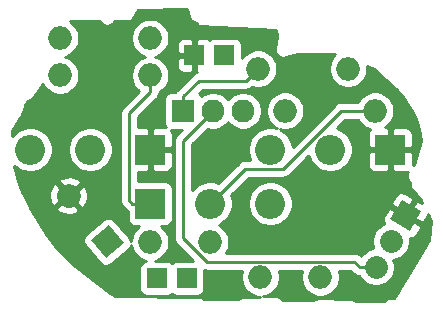
<source format=gbr>
G04 #@! TF.GenerationSoftware,KiCad,Pcbnew,(5.1.5-0-10_14)*
G04 #@! TF.CreationDate,2020-11-19T19:32:45+01:00*
G04 #@! TF.ProjectId,fuzzy-christmas-2020,66757a7a-792d-4636-9872-6973746d6173,rev?*
G04 #@! TF.SameCoordinates,Original*
G04 #@! TF.FileFunction,Copper,L2,Bot*
G04 #@! TF.FilePolarity,Positive*
%FSLAX46Y46*%
G04 Gerber Fmt 4.6, Leading zero omitted, Abs format (unit mm)*
G04 Created by KiCad (PCBNEW (5.1.5-0-10_14)) date 2020-11-19 19:32:45*
%MOMM*%
%LPD*%
G04 APERTURE LIST*
%ADD10O,2.000000X2.000000*%
%ADD11C,0.100000*%
%ADD12C,2.000000*%
%ADD13O,2.540000X2.540000*%
%ADD14R,2.540000X2.540000*%
%ADD15C,1.930400*%
%ADD16R,1.930400X1.930400*%
%ADD17O,1.930400X1.930400*%
%ADD18R,1.700000X1.700000*%
%ADD19C,0.250000*%
%ADD20C,0.254000*%
G04 APERTURE END LIST*
D10*
X209550000Y-67373500D03*
X217170000Y-67373500D03*
G04 #@! TA.AperFunction,ComponentPad*
D11*
G36*
X214941013Y-81571010D02*
G01*
X213408924Y-82856585D01*
X212123349Y-81324496D01*
X213655438Y-80038921D01*
X214941013Y-81571010D01*
G37*
G04 #@! TD.AperFunction*
D12*
X210266819Y-77556247D02*
X210266819Y-77556247D01*
D13*
X207010000Y-73660000D03*
X212090000Y-73660000D03*
D14*
X217170000Y-73660000D03*
X217170000Y-78232000D03*
D13*
X222250000Y-78232000D03*
X227330000Y-78232000D03*
X227330000Y-73660000D03*
X232410000Y-73660000D03*
D14*
X237490000Y-73660000D03*
D10*
X222250000Y-81470500D03*
X217170000Y-81470500D03*
G04 #@! TA.AperFunction,ComponentPad*
D11*
G36*
X238470212Y-77888807D02*
G01*
X240141988Y-78854007D01*
X239176788Y-80525783D01*
X237505012Y-79560583D01*
X238470212Y-77888807D01*
G37*
G04 #@! TD.AperFunction*
D15*
X237553500Y-81407000D02*
X237553500Y-81407000D01*
X236283500Y-83606705D02*
X236283500Y-83606705D01*
D16*
X219964000Y-70358000D03*
D17*
X222504000Y-70358000D03*
X225044000Y-70358000D03*
D10*
X209550000Y-64198500D03*
X217170000Y-64198500D03*
X236220000Y-70358000D03*
X228600000Y-70358000D03*
X233934000Y-66802000D03*
X226314000Y-66802000D03*
D18*
X223456500Y-65659000D03*
X220281500Y-84543900D03*
X217741500Y-84543900D03*
X220916500Y-65659000D03*
D10*
X231584500Y-84455000D03*
X226504500Y-84455000D03*
D19*
X233351398Y-70358000D02*
X234805787Y-70358000D01*
X228454397Y-75255001D02*
X233351398Y-70358000D01*
X234805787Y-70358000D02*
X236220000Y-70358000D01*
X225226999Y-75255001D02*
X228454397Y-75255001D01*
X222250000Y-78232000D02*
X225226999Y-75255001D01*
X215374999Y-77956999D02*
X215650000Y-78232000D01*
X215650000Y-78232000D02*
X217170000Y-78232000D01*
X217170000Y-68787713D02*
X215374999Y-70582714D01*
X215374999Y-70582714D02*
X215374999Y-77956999D01*
X217170000Y-67373500D02*
X217170000Y-68787713D01*
X222504000Y-70358000D02*
X219964000Y-72898000D01*
X234441796Y-83129999D02*
X234918502Y-83606705D01*
X221948497Y-83129999D02*
X234441796Y-83129999D01*
X234918502Y-83606705D02*
X236283500Y-83606705D01*
X219964000Y-81145502D02*
X221948497Y-83129999D01*
X219964000Y-72898000D02*
X219964000Y-81145502D01*
X221304801Y-67801999D02*
X225314001Y-67801999D01*
X225314001Y-67801999D02*
X226314000Y-66802000D01*
X219964000Y-69142800D02*
X221304801Y-67801999D01*
X219964000Y-70358000D02*
X219964000Y-69142800D01*
D20*
G36*
X220454191Y-62354914D02*
G01*
X220454755Y-62360195D01*
X220473275Y-62419492D01*
X220481336Y-62446771D01*
X220483326Y-62451675D01*
X220494981Y-62488992D01*
X220508636Y-62514041D01*
X220519362Y-62540472D01*
X220540851Y-62573139D01*
X220559564Y-62607467D01*
X220577838Y-62629366D01*
X220593518Y-62653201D01*
X220620971Y-62681052D01*
X220646017Y-62711065D01*
X220668209Y-62728975D01*
X220688241Y-62749297D01*
X220720602Y-62771258D01*
X220751021Y-62795807D01*
X220776287Y-62809046D01*
X220799893Y-62825066D01*
X220835911Y-62840290D01*
X220870539Y-62858435D01*
X220897897Y-62866489D01*
X220924179Y-62877598D01*
X220962478Y-62885502D01*
X220999979Y-62896543D01*
X221028390Y-62899106D01*
X221056328Y-62904872D01*
X221066522Y-62904945D01*
X221186939Y-63117991D01*
X221201254Y-63138360D01*
X221219269Y-63155544D01*
X221240290Y-63168884D01*
X221263509Y-63177867D01*
X221291572Y-63182362D01*
X227855756Y-63489100D01*
X227876965Y-64070068D01*
X227741038Y-65077622D01*
X227732069Y-65122381D01*
X227731990Y-65178037D01*
X227729992Y-65233636D01*
X227731895Y-65245395D01*
X227731878Y-65257313D01*
X227742659Y-65311913D01*
X227751546Y-65366837D01*
X227755707Y-65378001D01*
X227758015Y-65389690D01*
X227779237Y-65441129D01*
X227798672Y-65493273D01*
X227804932Y-65503411D01*
X227809475Y-65514424D01*
X227840332Y-65560747D01*
X227869560Y-65608085D01*
X227877673Y-65616803D01*
X227884281Y-65626723D01*
X227923585Y-65666138D01*
X227961483Y-65706863D01*
X227971143Y-65713832D01*
X227979558Y-65722271D01*
X228025787Y-65753254D01*
X228070911Y-65785809D01*
X228081749Y-65790762D01*
X228091645Y-65797394D01*
X228143016Y-65818758D01*
X228193638Y-65841890D01*
X228205235Y-65844633D01*
X228216233Y-65849207D01*
X228270787Y-65860139D01*
X228324947Y-65872950D01*
X228336854Y-65873378D01*
X228348537Y-65875719D01*
X228404189Y-65875798D01*
X228459792Y-65877796D01*
X228471551Y-65875893D01*
X228483469Y-65875910D01*
X228538066Y-65865130D01*
X228592993Y-65856242D01*
X228635766Y-65840299D01*
X229657299Y-65532000D01*
X232640564Y-65532000D01*
X232858929Y-65564832D01*
X232664013Y-65759748D01*
X232485082Y-66027537D01*
X232361832Y-66325088D01*
X232299000Y-66640967D01*
X232299000Y-66963033D01*
X232361832Y-67278912D01*
X232485082Y-67576463D01*
X232664013Y-67844252D01*
X232891748Y-68071987D01*
X233159537Y-68250918D01*
X233457088Y-68374168D01*
X233772967Y-68437000D01*
X234095033Y-68437000D01*
X234410912Y-68374168D01*
X234708463Y-68250918D01*
X234976252Y-68071987D01*
X235203987Y-67844252D01*
X235382918Y-67576463D01*
X235506168Y-67278912D01*
X235569000Y-66963033D01*
X235569000Y-66640967D01*
X235551764Y-66554313D01*
X236159914Y-66864387D01*
X236362517Y-67037573D01*
X238060649Y-68596513D01*
X238593142Y-69213752D01*
X239381031Y-70408612D01*
X239673982Y-71090146D01*
X239965373Y-71930037D01*
X240122849Y-72960661D01*
X239629237Y-74653044D01*
X239563624Y-74776046D01*
X239392388Y-74987710D01*
X239398072Y-74930000D01*
X239395000Y-73945750D01*
X239236250Y-73787000D01*
X237617000Y-73787000D01*
X237617000Y-75406250D01*
X237775750Y-75565000D01*
X238760000Y-75568072D01*
X238884482Y-75555812D01*
X238964544Y-75531525D01*
X238961727Y-75535806D01*
X238953210Y-75556783D01*
X238942032Y-75576471D01*
X238927884Y-75619160D01*
X238910967Y-75660827D01*
X238906705Y-75683065D01*
X238899584Y-75704553D01*
X238894037Y-75749175D01*
X238885571Y-75793350D01*
X238885730Y-75815989D01*
X238882937Y-75838455D01*
X238886203Y-75883315D01*
X238886519Y-75928278D01*
X238891091Y-75950449D01*
X238892735Y-75973032D01*
X238904687Y-76016382D01*
X238913770Y-76060430D01*
X238922582Y-76081289D01*
X238928599Y-76103112D01*
X238948780Y-76143301D01*
X238966281Y-76184727D01*
X238997888Y-76231320D01*
X239175471Y-76512350D01*
X239143175Y-76684595D01*
X239141008Y-76709397D01*
X239143720Y-76734145D01*
X239151209Y-76757889D01*
X239168320Y-76786695D01*
X240072713Y-77932259D01*
X240218387Y-78162793D01*
X239871067Y-77964356D01*
X239654210Y-78022463D01*
X238996985Y-79160810D01*
X240135332Y-79818035D01*
X240352189Y-79759928D01*
X240694574Y-79173043D01*
X240716197Y-79125320D01*
X240961481Y-79720752D01*
X240741923Y-81301575D01*
X240159398Y-82310538D01*
X238206890Y-85532176D01*
X238201908Y-85541204D01*
X237901575Y-86141869D01*
X237791719Y-86199005D01*
X237675496Y-86185241D01*
X237636800Y-86177416D01*
X237575018Y-86177220D01*
X237513198Y-86176002D01*
X237507573Y-86177006D01*
X237501868Y-86176988D01*
X237441220Y-86188851D01*
X237380365Y-86199714D01*
X237375051Y-86201793D01*
X237369445Y-86202890D01*
X237312257Y-86226366D01*
X237254709Y-86248885D01*
X237249900Y-86251963D01*
X237244619Y-86254131D01*
X237193098Y-86288320D01*
X237141062Y-86321626D01*
X237136950Y-86325579D01*
X237132188Y-86328739D01*
X237088303Y-86372346D01*
X237043789Y-86415139D01*
X237021220Y-86447517D01*
X236997608Y-86476102D01*
X234517146Y-86442763D01*
X234489154Y-86419444D01*
X234442024Y-86378911D01*
X234437290Y-86376239D01*
X234433124Y-86372768D01*
X234378638Y-86343128D01*
X234324521Y-86312578D01*
X234319360Y-86310881D01*
X234314594Y-86308289D01*
X234255367Y-86289847D01*
X234196336Y-86270443D01*
X234190941Y-86269786D01*
X234185762Y-86268173D01*
X234124057Y-86261637D01*
X234062392Y-86254125D01*
X234023298Y-86257067D01*
X231431916Y-86238038D01*
X231392433Y-86234534D01*
X231331132Y-86241169D01*
X231269752Y-86246760D01*
X231264125Y-86248422D01*
X231258284Y-86249054D01*
X231199435Y-86267527D01*
X231140345Y-86284979D01*
X231135149Y-86287708D01*
X231129544Y-86289467D01*
X231075446Y-86319058D01*
X231020880Y-86347711D01*
X231016314Y-86351402D01*
X231011163Y-86354220D01*
X230963829Y-86393835D01*
X230962408Y-86394984D01*
X228360722Y-86360015D01*
X228350703Y-86342404D01*
X228321806Y-86309026D01*
X228295252Y-86273767D01*
X228277747Y-86258134D01*
X228262386Y-86240391D01*
X228227539Y-86213296D01*
X228194610Y-86183889D01*
X228174391Y-86171972D01*
X228155864Y-86157566D01*
X228116395Y-86137788D01*
X228078367Y-86115373D01*
X228056213Y-86107630D01*
X228035229Y-86097114D01*
X227992661Y-86085416D01*
X227950991Y-86070851D01*
X227927750Y-86067578D01*
X227905120Y-86061359D01*
X227861089Y-86058190D01*
X227817376Y-86052034D01*
X227760351Y-86055257D01*
X226699754Y-86083193D01*
X226981412Y-86027168D01*
X227278963Y-85903918D01*
X227546752Y-85724987D01*
X227774487Y-85497252D01*
X227953418Y-85229463D01*
X228076668Y-84931912D01*
X228139500Y-84616033D01*
X228139500Y-84293967D01*
X228076668Y-83978088D01*
X228040180Y-83889999D01*
X230048820Y-83889999D01*
X230012332Y-83978088D01*
X229949500Y-84293967D01*
X229949500Y-84616033D01*
X230012332Y-84931912D01*
X230135582Y-85229463D01*
X230314513Y-85497252D01*
X230542248Y-85724987D01*
X230810037Y-85903918D01*
X231107588Y-86027168D01*
X231423467Y-86090000D01*
X231745533Y-86090000D01*
X232061412Y-86027168D01*
X232358963Y-85903918D01*
X232626752Y-85724987D01*
X232854487Y-85497252D01*
X233033418Y-85229463D01*
X233156668Y-84931912D01*
X233219500Y-84616033D01*
X233219500Y-84293967D01*
X233156668Y-83978088D01*
X233120180Y-83889999D01*
X234126995Y-83889999D01*
X234354698Y-84117702D01*
X234378501Y-84146706D01*
X234451648Y-84206736D01*
X234494225Y-84241679D01*
X234626255Y-84312251D01*
X234769516Y-84355708D01*
X234865757Y-84365187D01*
X235040543Y-84626773D01*
X235263432Y-84849662D01*
X235525521Y-85024784D01*
X235816739Y-85145411D01*
X236125894Y-85206905D01*
X236441106Y-85206905D01*
X236750261Y-85145411D01*
X237041479Y-85024784D01*
X237303568Y-84849662D01*
X237526457Y-84626773D01*
X237701579Y-84364684D01*
X237822206Y-84073466D01*
X237883700Y-83764311D01*
X237883700Y-83449099D01*
X237822206Y-83139944D01*
X237762950Y-82996888D01*
X238020261Y-82945706D01*
X238311479Y-82825079D01*
X238573568Y-82649957D01*
X238796457Y-82427068D01*
X238971579Y-82164979D01*
X239092206Y-81873761D01*
X239153700Y-81564606D01*
X239153700Y-81249394D01*
X239135875Y-81159783D01*
X239218520Y-81162488D01*
X239341933Y-81142113D01*
X239458999Y-81098052D01*
X239565221Y-81032000D01*
X239656516Y-80946493D01*
X239729374Y-80844819D01*
X240066439Y-80254862D01*
X240008332Y-80038005D01*
X238869985Y-79380780D01*
X238859985Y-79398101D01*
X238640015Y-79271101D01*
X238650015Y-79253780D01*
X237511668Y-78596555D01*
X237294811Y-78654662D01*
X236952426Y-79241547D01*
X236900802Y-79355481D01*
X236872399Y-79477298D01*
X236868307Y-79602315D01*
X236888682Y-79725728D01*
X236932743Y-79842794D01*
X236976893Y-79913794D01*
X236795521Y-79988921D01*
X236533432Y-80164043D01*
X236310543Y-80386932D01*
X236135421Y-80649021D01*
X236014794Y-80940239D01*
X235953300Y-81249394D01*
X235953300Y-81564606D01*
X236014794Y-81873761D01*
X236074050Y-82016817D01*
X235816739Y-82067999D01*
X235525521Y-82188626D01*
X235263432Y-82363748D01*
X235040543Y-82586637D01*
X235013583Y-82626985D01*
X235005600Y-82619002D01*
X234981797Y-82589998D01*
X234866072Y-82495025D01*
X234734043Y-82424453D01*
X234590782Y-82380996D01*
X234479129Y-82369999D01*
X234479118Y-82369999D01*
X234441796Y-82366323D01*
X234404474Y-82369999D01*
X223615372Y-82369999D01*
X223698918Y-82244963D01*
X223822168Y-81947412D01*
X223885000Y-81631533D01*
X223885000Y-81309467D01*
X223822168Y-80993588D01*
X223698918Y-80696037D01*
X223519987Y-80428248D01*
X223292252Y-80200513D01*
X223024463Y-80021582D01*
X222966017Y-79997373D01*
X223152356Y-79920189D01*
X223464366Y-79711710D01*
X223729710Y-79446366D01*
X223938189Y-79134356D01*
X224081791Y-78787668D01*
X224155000Y-78419626D01*
X224155000Y-78044374D01*
X225425000Y-78044374D01*
X225425000Y-78419626D01*
X225498209Y-78787668D01*
X225641811Y-79134356D01*
X225850290Y-79446366D01*
X226115634Y-79711710D01*
X226427644Y-79920189D01*
X226774332Y-80063791D01*
X227142374Y-80137000D01*
X227517626Y-80137000D01*
X227885668Y-80063791D01*
X228232356Y-79920189D01*
X228544366Y-79711710D01*
X228809710Y-79446366D01*
X229018189Y-79134356D01*
X229161791Y-78787668D01*
X229235000Y-78419626D01*
X229235000Y-78159728D01*
X237580561Y-78159728D01*
X237638668Y-78376585D01*
X238777015Y-79033810D01*
X239434240Y-77895463D01*
X239376133Y-77678606D01*
X238789248Y-77336221D01*
X238675314Y-77284597D01*
X238553497Y-77256194D01*
X238428480Y-77252102D01*
X238305067Y-77272477D01*
X238188001Y-77316538D01*
X238081779Y-77382590D01*
X237990484Y-77468097D01*
X237917626Y-77569771D01*
X237580561Y-78159728D01*
X229235000Y-78159728D01*
X229235000Y-78044374D01*
X229161791Y-77676332D01*
X229018189Y-77329644D01*
X228809710Y-77017634D01*
X228544366Y-76752290D01*
X228232356Y-76543811D01*
X227885668Y-76400209D01*
X227517626Y-76327000D01*
X227142374Y-76327000D01*
X226774332Y-76400209D01*
X226427644Y-76543811D01*
X226115634Y-76752290D01*
X225850290Y-77017634D01*
X225641811Y-77329644D01*
X225498209Y-77676332D01*
X225425000Y-78044374D01*
X224155000Y-78044374D01*
X224081791Y-77676332D01*
X224022826Y-77533976D01*
X225541801Y-76015001D01*
X228417075Y-76015001D01*
X228454397Y-76018677D01*
X228491719Y-76015001D01*
X228491730Y-76015001D01*
X228603383Y-76004004D01*
X228746644Y-75960547D01*
X228878673Y-75889975D01*
X228994398Y-75795002D01*
X229018201Y-75765998D01*
X230576603Y-74207596D01*
X230578209Y-74215668D01*
X230721811Y-74562356D01*
X230930290Y-74874366D01*
X231195634Y-75139710D01*
X231507644Y-75348189D01*
X231854332Y-75491791D01*
X232222374Y-75565000D01*
X232597626Y-75565000D01*
X232965668Y-75491791D01*
X233312356Y-75348189D01*
X233624366Y-75139710D01*
X233834076Y-74930000D01*
X235581928Y-74930000D01*
X235594188Y-75054482D01*
X235630498Y-75174180D01*
X235689463Y-75284494D01*
X235768815Y-75381185D01*
X235865506Y-75460537D01*
X235975820Y-75519502D01*
X236095518Y-75555812D01*
X236220000Y-75568072D01*
X237204250Y-75565000D01*
X237363000Y-75406250D01*
X237363000Y-73787000D01*
X235743750Y-73787000D01*
X235585000Y-73945750D01*
X235581928Y-74930000D01*
X233834076Y-74930000D01*
X233889710Y-74874366D01*
X234098189Y-74562356D01*
X234241791Y-74215668D01*
X234315000Y-73847626D01*
X234315000Y-73472374D01*
X234241791Y-73104332D01*
X234098189Y-72757644D01*
X233889710Y-72445634D01*
X233624366Y-72180290D01*
X233312356Y-71971811D01*
X232965668Y-71828209D01*
X232957596Y-71826603D01*
X233666200Y-71118000D01*
X234765091Y-71118000D01*
X234771082Y-71132463D01*
X234950013Y-71400252D01*
X235177748Y-71627987D01*
X235445537Y-71806918D01*
X235743088Y-71930168D01*
X235772277Y-71935974D01*
X235768815Y-71938815D01*
X235689463Y-72035506D01*
X235630498Y-72145820D01*
X235594188Y-72265518D01*
X235581928Y-72390000D01*
X235585000Y-73374250D01*
X235743750Y-73533000D01*
X237363000Y-73533000D01*
X237363000Y-71913750D01*
X237617000Y-71913750D01*
X237617000Y-73533000D01*
X239236250Y-73533000D01*
X239395000Y-73374250D01*
X239398072Y-72390000D01*
X239385812Y-72265518D01*
X239349502Y-72145820D01*
X239290537Y-72035506D01*
X239211185Y-71938815D01*
X239114494Y-71859463D01*
X239004180Y-71800498D01*
X238884482Y-71764188D01*
X238760000Y-71751928D01*
X237775750Y-71755000D01*
X237617000Y-71913750D01*
X237363000Y-71913750D01*
X237204250Y-71755000D01*
X237072778Y-71754590D01*
X237262252Y-71627987D01*
X237489987Y-71400252D01*
X237668918Y-71132463D01*
X237792168Y-70834912D01*
X237855000Y-70519033D01*
X237855000Y-70196967D01*
X237792168Y-69881088D01*
X237668918Y-69583537D01*
X237489987Y-69315748D01*
X237262252Y-69088013D01*
X236994463Y-68909082D01*
X236696912Y-68785832D01*
X236381033Y-68723000D01*
X236058967Y-68723000D01*
X235743088Y-68785832D01*
X235445537Y-68909082D01*
X235177748Y-69088013D01*
X234950013Y-69315748D01*
X234771082Y-69583537D01*
X234765091Y-69598000D01*
X233388720Y-69598000D01*
X233351397Y-69594324D01*
X233314074Y-69598000D01*
X233314065Y-69598000D01*
X233202412Y-69608997D01*
X233059151Y-69652454D01*
X232927122Y-69723026D01*
X232811397Y-69817999D01*
X232787599Y-69846997D01*
X229222925Y-73411671D01*
X229161791Y-73104332D01*
X229018189Y-72757644D01*
X228809710Y-72445634D01*
X228544366Y-72180290D01*
X228232356Y-71971811D01*
X228139888Y-71933510D01*
X228438967Y-71993000D01*
X228761033Y-71993000D01*
X229076912Y-71930168D01*
X229374463Y-71806918D01*
X229642252Y-71627987D01*
X229869987Y-71400252D01*
X230048918Y-71132463D01*
X230172168Y-70834912D01*
X230235000Y-70519033D01*
X230235000Y-70196967D01*
X230172168Y-69881088D01*
X230048918Y-69583537D01*
X229869987Y-69315748D01*
X229642252Y-69088013D01*
X229374463Y-68909082D01*
X229076912Y-68785832D01*
X228761033Y-68723000D01*
X228438967Y-68723000D01*
X228123088Y-68785832D01*
X227825537Y-68909082D01*
X227557748Y-69088013D01*
X227330013Y-69315748D01*
X227151082Y-69583537D01*
X227027832Y-69881088D01*
X226965000Y-70196967D01*
X226965000Y-70519033D01*
X227027832Y-70834912D01*
X227151082Y-71132463D01*
X227330013Y-71400252D01*
X227557748Y-71627987D01*
X227825537Y-71806918D01*
X227868872Y-71824868D01*
X227517626Y-71755000D01*
X227142374Y-71755000D01*
X226774332Y-71828209D01*
X226427644Y-71971811D01*
X226115634Y-72180290D01*
X225850290Y-72445634D01*
X225641811Y-72757644D01*
X225498209Y-73104332D01*
X225425000Y-73472374D01*
X225425000Y-73847626D01*
X225498209Y-74215668D01*
X225613912Y-74495001D01*
X225264321Y-74495001D01*
X225226998Y-74491325D01*
X225189675Y-74495001D01*
X225189666Y-74495001D01*
X225078013Y-74505998D01*
X224934752Y-74549455D01*
X224802723Y-74620027D01*
X224686998Y-74715000D01*
X224663200Y-74743998D01*
X222948024Y-76459174D01*
X222805668Y-76400209D01*
X222437626Y-76327000D01*
X222062374Y-76327000D01*
X221694332Y-76400209D01*
X221347644Y-76543811D01*
X221035634Y-76752290D01*
X220770290Y-77017634D01*
X220724000Y-77086912D01*
X220724000Y-73212801D01*
X222039622Y-71897180D01*
X222346394Y-71958200D01*
X222661606Y-71958200D01*
X222970761Y-71896706D01*
X223261979Y-71776079D01*
X223524068Y-71600957D01*
X223746957Y-71378068D01*
X223774000Y-71337595D01*
X223801043Y-71378068D01*
X224023932Y-71600957D01*
X224286021Y-71776079D01*
X224577239Y-71896706D01*
X224886394Y-71958200D01*
X225201606Y-71958200D01*
X225510761Y-71896706D01*
X225801979Y-71776079D01*
X226064068Y-71600957D01*
X226286957Y-71378068D01*
X226462079Y-71115979D01*
X226582706Y-70824761D01*
X226644200Y-70515606D01*
X226644200Y-70200394D01*
X226582706Y-69891239D01*
X226462079Y-69600021D01*
X226286957Y-69337932D01*
X226064068Y-69115043D01*
X225801979Y-68939921D01*
X225510761Y-68819294D01*
X225201606Y-68757800D01*
X224886394Y-68757800D01*
X224577239Y-68819294D01*
X224286021Y-68939921D01*
X224023932Y-69115043D01*
X223801043Y-69337932D01*
X223774000Y-69378405D01*
X223746957Y-69337932D01*
X223524068Y-69115043D01*
X223261979Y-68939921D01*
X222970761Y-68819294D01*
X222661606Y-68757800D01*
X222346394Y-68757800D01*
X222037239Y-68819294D01*
X221746021Y-68939921D01*
X221496327Y-69106761D01*
X221459737Y-69038306D01*
X221380385Y-68941615D01*
X221303272Y-68878330D01*
X221619603Y-68561999D01*
X225276679Y-68561999D01*
X225314001Y-68565675D01*
X225351323Y-68561999D01*
X225351334Y-68561999D01*
X225462987Y-68551002D01*
X225606248Y-68507545D01*
X225738277Y-68436973D01*
X225822279Y-68368034D01*
X225837088Y-68374168D01*
X226152967Y-68437000D01*
X226475033Y-68437000D01*
X226790912Y-68374168D01*
X227088463Y-68250918D01*
X227356252Y-68071987D01*
X227583987Y-67844252D01*
X227762918Y-67576463D01*
X227886168Y-67278912D01*
X227949000Y-66963033D01*
X227949000Y-66640967D01*
X227886168Y-66325088D01*
X227762918Y-66027537D01*
X227583987Y-65759748D01*
X227356252Y-65532013D01*
X227088463Y-65353082D01*
X226790912Y-65229832D01*
X226475033Y-65167000D01*
X226152967Y-65167000D01*
X225837088Y-65229832D01*
X225539537Y-65353082D01*
X225271748Y-65532013D01*
X225044013Y-65759748D01*
X224944572Y-65908572D01*
X224944572Y-64809000D01*
X224932312Y-64684518D01*
X224896002Y-64564820D01*
X224837037Y-64454506D01*
X224757685Y-64357815D01*
X224660994Y-64278463D01*
X224550680Y-64219498D01*
X224430982Y-64183188D01*
X224306500Y-64170928D01*
X222606500Y-64170928D01*
X222482018Y-64183188D01*
X222362320Y-64219498D01*
X222252006Y-64278463D01*
X222186500Y-64332222D01*
X222120994Y-64278463D01*
X222010680Y-64219498D01*
X221890982Y-64183188D01*
X221766500Y-64170928D01*
X221202250Y-64174000D01*
X221043500Y-64332750D01*
X221043500Y-65532000D01*
X221063500Y-65532000D01*
X221063500Y-65786000D01*
X221043500Y-65786000D01*
X221043500Y-66985250D01*
X221121619Y-67063369D01*
X221016714Y-67095191D01*
X221012554Y-67096453D01*
X220880524Y-67167025D01*
X220816441Y-67219617D01*
X220764800Y-67261998D01*
X220741002Y-67290996D01*
X219452998Y-68579001D01*
X219424000Y-68602799D01*
X219400202Y-68631797D01*
X219400201Y-68631798D01*
X219329026Y-68718524D01*
X219309674Y-68754728D01*
X218998800Y-68754728D01*
X218874318Y-68766988D01*
X218754620Y-68803298D01*
X218644306Y-68862263D01*
X218547615Y-68941615D01*
X218468263Y-69038306D01*
X218409298Y-69148620D01*
X218372988Y-69268318D01*
X218360728Y-69392800D01*
X218360728Y-71323200D01*
X218372988Y-71447682D01*
X218409298Y-71567380D01*
X218468263Y-71677694D01*
X218537028Y-71761484D01*
X218440000Y-71751928D01*
X217455750Y-71755000D01*
X217297000Y-71913750D01*
X217297000Y-73533000D01*
X218916250Y-73533000D01*
X219075000Y-73374250D01*
X219078072Y-72390000D01*
X219065812Y-72265518D01*
X219029502Y-72145820D01*
X218970537Y-72035506D01*
X218901772Y-71951716D01*
X218998800Y-71961272D01*
X219825927Y-71961272D01*
X219453003Y-72334196D01*
X219423999Y-72357999D01*
X219384850Y-72405703D01*
X219329026Y-72473724D01*
X219302963Y-72522484D01*
X219258454Y-72605754D01*
X219214997Y-72749015D01*
X219204000Y-72860668D01*
X219204000Y-72860678D01*
X219200324Y-72898000D01*
X219204000Y-72935322D01*
X219204001Y-81108170D01*
X219200324Y-81145502D01*
X219204001Y-81182835D01*
X219214998Y-81294488D01*
X219219542Y-81309467D01*
X219258454Y-81437748D01*
X219329026Y-81569778D01*
X219379708Y-81631533D01*
X219424000Y-81685503D01*
X219452998Y-81709301D01*
X220799524Y-83055828D01*
X219431500Y-83055828D01*
X219307018Y-83068088D01*
X219187320Y-83104398D01*
X219077006Y-83163363D01*
X219011500Y-83217122D01*
X218945994Y-83163363D01*
X218835680Y-83104398D01*
X218715982Y-83068088D01*
X218591500Y-83055828D01*
X217580752Y-83055828D01*
X217646912Y-83042668D01*
X217944463Y-82919418D01*
X218212252Y-82740487D01*
X218439987Y-82512752D01*
X218618918Y-82244963D01*
X218742168Y-81947412D01*
X218805000Y-81631533D01*
X218805000Y-81309467D01*
X218742168Y-80993588D01*
X218618918Y-80696037D01*
X218439987Y-80428248D01*
X218212252Y-80200513D01*
X218121796Y-80140072D01*
X218440000Y-80140072D01*
X218564482Y-80127812D01*
X218684180Y-80091502D01*
X218794494Y-80032537D01*
X218891185Y-79953185D01*
X218970537Y-79856494D01*
X219029502Y-79746180D01*
X219065812Y-79626482D01*
X219078072Y-79502000D01*
X219078072Y-76962000D01*
X219065812Y-76837518D01*
X219029502Y-76717820D01*
X218970537Y-76607506D01*
X218891185Y-76510815D01*
X218794494Y-76431463D01*
X218684180Y-76372498D01*
X218564482Y-76336188D01*
X218440000Y-76323928D01*
X216134999Y-76323928D01*
X216134999Y-75567339D01*
X216884250Y-75565000D01*
X217043000Y-75406250D01*
X217043000Y-73787000D01*
X217297000Y-73787000D01*
X217297000Y-75406250D01*
X217455750Y-75565000D01*
X218440000Y-75568072D01*
X218564482Y-75555812D01*
X218684180Y-75519502D01*
X218794494Y-75460537D01*
X218891185Y-75381185D01*
X218970537Y-75284494D01*
X219029502Y-75174180D01*
X219065812Y-75054482D01*
X219078072Y-74930000D01*
X219075000Y-73945750D01*
X218916250Y-73787000D01*
X217297000Y-73787000D01*
X217043000Y-73787000D01*
X217023000Y-73787000D01*
X217023000Y-73533000D01*
X217043000Y-73533000D01*
X217043000Y-71913750D01*
X216884250Y-71755000D01*
X216134999Y-71752661D01*
X216134999Y-70897515D01*
X217681003Y-69351512D01*
X217710001Y-69327714D01*
X217804974Y-69211989D01*
X217875546Y-69079960D01*
X217919003Y-68936699D01*
X217929655Y-68828552D01*
X217944463Y-68822418D01*
X218212252Y-68643487D01*
X218439987Y-68415752D01*
X218618918Y-68147963D01*
X218742168Y-67850412D01*
X218805000Y-67534533D01*
X218805000Y-67212467D01*
X218742168Y-66896588D01*
X218618918Y-66599037D01*
X218558758Y-66509000D01*
X219428428Y-66509000D01*
X219440688Y-66633482D01*
X219476998Y-66753180D01*
X219535963Y-66863494D01*
X219615315Y-66960185D01*
X219712006Y-67039537D01*
X219822320Y-67098502D01*
X219942018Y-67134812D01*
X220066500Y-67147072D01*
X220630750Y-67144000D01*
X220789500Y-66985250D01*
X220789500Y-65786000D01*
X219590250Y-65786000D01*
X219431500Y-65944750D01*
X219428428Y-66509000D01*
X218558758Y-66509000D01*
X218439987Y-66331248D01*
X218212252Y-66103513D01*
X217944463Y-65924582D01*
X217646912Y-65801332D01*
X217569833Y-65786000D01*
X217646912Y-65770668D01*
X217944463Y-65647418D01*
X218212252Y-65468487D01*
X218439987Y-65240752D01*
X218618918Y-64972963D01*
X218686833Y-64809000D01*
X219428428Y-64809000D01*
X219431500Y-65373250D01*
X219590250Y-65532000D01*
X220789500Y-65532000D01*
X220789500Y-64332750D01*
X220630750Y-64174000D01*
X220066500Y-64170928D01*
X219942018Y-64183188D01*
X219822320Y-64219498D01*
X219712006Y-64278463D01*
X219615315Y-64357815D01*
X219535963Y-64454506D01*
X219476998Y-64564820D01*
X219440688Y-64684518D01*
X219428428Y-64809000D01*
X218686833Y-64809000D01*
X218742168Y-64675412D01*
X218805000Y-64359533D01*
X218805000Y-64037467D01*
X218742168Y-63721588D01*
X218618918Y-63424037D01*
X218439987Y-63156248D01*
X218212252Y-62928513D01*
X217944463Y-62749582D01*
X217646912Y-62626332D01*
X217331033Y-62563500D01*
X217008967Y-62563500D01*
X216693088Y-62626332D01*
X216395537Y-62749582D01*
X216127748Y-62928513D01*
X215900013Y-63156248D01*
X215721082Y-63424037D01*
X215597832Y-63721588D01*
X215535000Y-64037467D01*
X215535000Y-64359533D01*
X215597832Y-64675412D01*
X215721082Y-64972963D01*
X215900013Y-65240752D01*
X216127748Y-65468487D01*
X216395537Y-65647418D01*
X216693088Y-65770668D01*
X216770167Y-65786000D01*
X216693088Y-65801332D01*
X216395537Y-65924582D01*
X216127748Y-66103513D01*
X215900013Y-66331248D01*
X215721082Y-66599037D01*
X215597832Y-66896588D01*
X215535000Y-67212467D01*
X215535000Y-67534533D01*
X215597832Y-67850412D01*
X215721082Y-68147963D01*
X215900013Y-68415752D01*
X216127748Y-68643487D01*
X216194693Y-68688218D01*
X214864002Y-70018910D01*
X214834998Y-70042713D01*
X214795050Y-70091390D01*
X214740025Y-70158438D01*
X214701086Y-70231287D01*
X214669453Y-70290468D01*
X214625996Y-70433729D01*
X214614999Y-70545382D01*
X214614999Y-70545392D01*
X214611323Y-70582714D01*
X214614999Y-70620036D01*
X214615000Y-77919667D01*
X214611323Y-77956999D01*
X214615000Y-77994332D01*
X214623735Y-78083013D01*
X214625997Y-78105984D01*
X214669453Y-78249245D01*
X214740025Y-78381275D01*
X214809208Y-78465574D01*
X214834999Y-78497000D01*
X214863997Y-78520798D01*
X215086196Y-78742997D01*
X215109999Y-78772001D01*
X215225724Y-78866974D01*
X215261928Y-78886326D01*
X215261928Y-79502000D01*
X215274188Y-79626482D01*
X215310498Y-79746180D01*
X215369463Y-79856494D01*
X215448815Y-79953185D01*
X215545506Y-80032537D01*
X215655820Y-80091502D01*
X215775518Y-80127812D01*
X215900000Y-80140072D01*
X216218204Y-80140072D01*
X216127748Y-80200513D01*
X215900013Y-80428248D01*
X215721082Y-80696037D01*
X215597832Y-80993588D01*
X215535000Y-81309467D01*
X215535000Y-81345060D01*
X215500428Y-81264105D01*
X215429805Y-81160865D01*
X214144230Y-79628776D01*
X214054822Y-79541299D01*
X213950067Y-79472944D01*
X213833989Y-79426340D01*
X213711050Y-79403277D01*
X213585973Y-79404641D01*
X213463566Y-79430381D01*
X213348533Y-79479506D01*
X213245293Y-79550129D01*
X211713204Y-80835704D01*
X211625727Y-80925112D01*
X211557372Y-81029867D01*
X211510768Y-81145945D01*
X211487705Y-81268884D01*
X211489069Y-81393961D01*
X211514809Y-81516368D01*
X211563934Y-81631401D01*
X211634557Y-81734641D01*
X212920132Y-83266730D01*
X213009540Y-83354207D01*
X213114295Y-83422562D01*
X213230373Y-83469166D01*
X213353312Y-83492229D01*
X213478389Y-83490865D01*
X213600796Y-83465125D01*
X213715829Y-83416000D01*
X213819069Y-83345377D01*
X215351158Y-82059802D01*
X215438635Y-81970394D01*
X215506990Y-81865639D01*
X215553594Y-81749561D01*
X215555964Y-81736927D01*
X215597832Y-81947412D01*
X215721082Y-82244963D01*
X215900013Y-82512752D01*
X216127748Y-82740487D01*
X216395537Y-82919418D01*
X216693088Y-83042668D01*
X216803045Y-83064540D01*
X216767018Y-83068088D01*
X216647320Y-83104398D01*
X216537006Y-83163363D01*
X216440315Y-83242715D01*
X216360963Y-83339406D01*
X216301998Y-83449720D01*
X216265688Y-83569418D01*
X216253428Y-83693900D01*
X216253428Y-85393900D01*
X216265688Y-85518382D01*
X216301998Y-85638080D01*
X216360963Y-85748394D01*
X216440315Y-85845085D01*
X216537006Y-85924437D01*
X216647320Y-85983402D01*
X216767018Y-86019712D01*
X216891500Y-86031972D01*
X218591500Y-86031972D01*
X218715982Y-86019712D01*
X218835680Y-85983402D01*
X218945994Y-85924437D01*
X219011500Y-85870678D01*
X219077006Y-85924437D01*
X219187320Y-85983402D01*
X219307018Y-86019712D01*
X219431500Y-86031972D01*
X221131500Y-86031972D01*
X221255982Y-86019712D01*
X221375680Y-85983402D01*
X221485994Y-85924437D01*
X221582685Y-85845085D01*
X221662037Y-85748394D01*
X221721002Y-85638080D01*
X221757312Y-85518382D01*
X221769572Y-85393900D01*
X221769572Y-83869920D01*
X221799511Y-83879002D01*
X221948497Y-83893676D01*
X221985830Y-83889999D01*
X224968820Y-83889999D01*
X224932332Y-83978088D01*
X224869500Y-84293967D01*
X224869500Y-84616033D01*
X224932332Y-84931912D01*
X225055582Y-85229463D01*
X225234513Y-85497252D01*
X225462248Y-85724987D01*
X225730037Y-85903918D01*
X226027588Y-86027168D01*
X226343467Y-86090000D01*
X226441334Y-86090000D01*
X225104823Y-86125204D01*
X225071401Y-86122770D01*
X225037556Y-86126976D01*
X225037257Y-86126984D01*
X225003886Y-86131161D01*
X224937498Y-86139411D01*
X224937215Y-86139505D01*
X224936917Y-86139542D01*
X224873513Y-86160614D01*
X224809414Y-86181855D01*
X224809150Y-86182005D01*
X224808870Y-86182098D01*
X224750968Y-86215036D01*
X224692072Y-86248472D01*
X224691845Y-86248668D01*
X224691585Y-86248816D01*
X224641190Y-86292446D01*
X224621164Y-86309752D01*
X221730289Y-86270896D01*
X221717457Y-86260250D01*
X221676702Y-86223784D01*
X221665600Y-86217226D01*
X221655678Y-86208994D01*
X221607602Y-86182966D01*
X221560525Y-86155157D01*
X221548357Y-86150891D01*
X221537018Y-86144752D01*
X221484786Y-86128603D01*
X221433191Y-86110513D01*
X221420424Y-86108703D01*
X221408106Y-86104894D01*
X221353735Y-86099246D01*
X221299594Y-86091568D01*
X221253041Y-86094154D01*
X214214789Y-86056562D01*
X213793857Y-85831684D01*
X210766608Y-83481582D01*
X209136954Y-81770732D01*
X208389765Y-80762945D01*
X207034215Y-78599278D01*
X209221360Y-78599278D01*
X209293248Y-78869792D01*
X209568215Y-79034487D01*
X209870029Y-79142374D01*
X210187091Y-79189306D01*
X210507218Y-79173482D01*
X210818106Y-79095507D01*
X210997502Y-79018891D01*
X211114929Y-78764562D01*
X210251165Y-77735169D01*
X209221360Y-78599278D01*
X207034215Y-78599278D01*
X206975285Y-78505217D01*
X206540795Y-77671581D01*
X208635887Y-77671581D01*
X208689725Y-77987544D01*
X208804171Y-78286932D01*
X209058092Y-78404702D01*
X210050585Y-77571901D01*
X210445741Y-77571901D01*
X211309504Y-78601294D01*
X211580360Y-78529814D01*
X211686964Y-78366448D01*
X211817739Y-78073824D01*
X211888913Y-77761308D01*
X211897751Y-77440913D01*
X211843913Y-77124950D01*
X211729467Y-76825562D01*
X211475546Y-76707792D01*
X210445741Y-77571901D01*
X210050585Y-77571901D01*
X210087897Y-77540593D01*
X209224134Y-76511200D01*
X208953278Y-76582680D01*
X208846674Y-76746046D01*
X208715899Y-77038670D01*
X208644725Y-77351186D01*
X208635887Y-77671581D01*
X206540795Y-77671581D01*
X206336412Y-77279443D01*
X206011996Y-76347932D01*
X209418709Y-76347932D01*
X210282473Y-77377325D01*
X211312278Y-76513216D01*
X211240390Y-76242702D01*
X210965423Y-76078007D01*
X210663609Y-75970120D01*
X210346547Y-75923188D01*
X210026420Y-75939012D01*
X209715532Y-76016987D01*
X209536136Y-76093603D01*
X209418709Y-76347932D01*
X206011996Y-76347932D01*
X205892134Y-76003768D01*
X205668580Y-75012656D01*
X205795634Y-75139710D01*
X206107644Y-75348189D01*
X206454332Y-75491791D01*
X206822374Y-75565000D01*
X207197626Y-75565000D01*
X207565668Y-75491791D01*
X207912356Y-75348189D01*
X208224366Y-75139710D01*
X208489710Y-74874366D01*
X208698189Y-74562356D01*
X208841791Y-74215668D01*
X208915000Y-73847626D01*
X208915000Y-73472374D01*
X210185000Y-73472374D01*
X210185000Y-73847626D01*
X210258209Y-74215668D01*
X210401811Y-74562356D01*
X210610290Y-74874366D01*
X210875634Y-75139710D01*
X211187644Y-75348189D01*
X211534332Y-75491791D01*
X211902374Y-75565000D01*
X212277626Y-75565000D01*
X212645668Y-75491791D01*
X212992356Y-75348189D01*
X213304366Y-75139710D01*
X213569710Y-74874366D01*
X213778189Y-74562356D01*
X213921791Y-74215668D01*
X213995000Y-73847626D01*
X213995000Y-73472374D01*
X213921791Y-73104332D01*
X213778189Y-72757644D01*
X213569710Y-72445634D01*
X213304366Y-72180290D01*
X212992356Y-71971811D01*
X212645668Y-71828209D01*
X212277626Y-71755000D01*
X211902374Y-71755000D01*
X211534332Y-71828209D01*
X211187644Y-71971811D01*
X210875634Y-72180290D01*
X210610290Y-72445634D01*
X210401811Y-72757644D01*
X210258209Y-73104332D01*
X210185000Y-73472374D01*
X208915000Y-73472374D01*
X208841791Y-73104332D01*
X208698189Y-72757644D01*
X208489710Y-72445634D01*
X208224366Y-72180290D01*
X207912356Y-71971811D01*
X207565668Y-71828209D01*
X207197626Y-71755000D01*
X206822374Y-71755000D01*
X206454332Y-71828209D01*
X206107644Y-71971811D01*
X205795634Y-72180290D01*
X205530290Y-72445634D01*
X205478761Y-72522752D01*
X205493773Y-72114965D01*
X205547096Y-71875010D01*
X206102307Y-71032294D01*
X206116673Y-71015761D01*
X206139329Y-70976101D01*
X206145876Y-70966164D01*
X206156037Y-70946854D01*
X206166833Y-70927955D01*
X206171683Y-70917119D01*
X206192965Y-70876674D01*
X206199190Y-70855664D01*
X206483606Y-70220228D01*
X206504240Y-70181511D01*
X206520834Y-70126568D01*
X206539044Y-70072106D01*
X206540321Y-70062047D01*
X206543253Y-70052341D01*
X206548814Y-69995181D01*
X206556044Y-69938248D01*
X206552975Y-69894485D01*
X206552950Y-69873644D01*
X206713948Y-69578481D01*
X206739789Y-69576838D01*
X206751358Y-69573763D01*
X206763283Y-69572588D01*
X206816497Y-69556446D01*
X206870193Y-69542171D01*
X206880941Y-69536897D01*
X206892406Y-69533419D01*
X206941450Y-69507204D01*
X206991328Y-69482729D01*
X207000839Y-69475461D01*
X207011407Y-69469812D01*
X207054393Y-69434534D01*
X207098539Y-69400797D01*
X207106452Y-69391810D01*
X207115711Y-69384211D01*
X207150983Y-69341233D01*
X207165363Y-69324900D01*
X207172309Y-69315246D01*
X207201312Y-69279907D01*
X207211634Y-69260596D01*
X207980638Y-68191891D01*
X208003492Y-68165798D01*
X208036737Y-68108136D01*
X208064649Y-68060007D01*
X208101082Y-68147963D01*
X208280013Y-68415752D01*
X208507748Y-68643487D01*
X208775537Y-68822418D01*
X209073088Y-68945668D01*
X209388967Y-69008500D01*
X209711033Y-69008500D01*
X210026912Y-68945668D01*
X210324463Y-68822418D01*
X210592252Y-68643487D01*
X210819987Y-68415752D01*
X210998918Y-68147963D01*
X211122168Y-67850412D01*
X211185000Y-67534533D01*
X211185000Y-67212467D01*
X211122168Y-66896588D01*
X210998918Y-66599037D01*
X210819987Y-66331248D01*
X210592252Y-66103513D01*
X210324463Y-65924582D01*
X210026912Y-65801332D01*
X209949833Y-65786000D01*
X210026912Y-65770668D01*
X210324463Y-65647418D01*
X210592252Y-65468487D01*
X210819987Y-65240752D01*
X210998918Y-64972963D01*
X211122168Y-64675412D01*
X211185000Y-64359533D01*
X211185000Y-64037467D01*
X211122168Y-63721588D01*
X210998918Y-63424037D01*
X210819987Y-63156248D01*
X210592252Y-62928513D01*
X210402164Y-62801500D01*
X212916532Y-62801500D01*
X212917802Y-62803644D01*
X212937366Y-62842616D01*
X212952115Y-62861558D01*
X212964353Y-62882213D01*
X212993471Y-62914670D01*
X213020265Y-62949081D01*
X213038429Y-62964783D01*
X213054459Y-62982652D01*
X213089352Y-63008806D01*
X213122342Y-63037326D01*
X213143219Y-63049183D01*
X213162428Y-63063581D01*
X213201745Y-63082422D01*
X213239672Y-63103962D01*
X213262465Y-63111519D01*
X213284111Y-63121892D01*
X213326350Y-63132701D01*
X213367749Y-63146427D01*
X213391578Y-63149392D01*
X213414832Y-63155343D01*
X213458365Y-63157704D01*
X213501649Y-63163090D01*
X213525600Y-63161349D01*
X213549567Y-63162649D01*
X213592722Y-63156472D01*
X213636227Y-63153310D01*
X213659378Y-63146930D01*
X213683138Y-63143529D01*
X213724267Y-63129048D01*
X213766311Y-63117462D01*
X213787768Y-63106691D01*
X213810413Y-63098718D01*
X213847926Y-63076492D01*
X213886903Y-63056926D01*
X213905849Y-63042174D01*
X213926500Y-63029938D01*
X213958959Y-63000819D01*
X213993367Y-62974026D01*
X214009066Y-62955866D01*
X214026939Y-62939832D01*
X214053102Y-62904928D01*
X214081612Y-62871949D01*
X214110079Y-62821825D01*
X214122402Y-62801500D01*
X215455500Y-62801500D01*
X215480276Y-62799060D01*
X215504101Y-62791833D01*
X215526057Y-62780097D01*
X215545303Y-62764303D01*
X215564402Y-62739841D01*
X216100129Y-61846962D01*
X220268886Y-61727855D01*
X220454191Y-62354914D01*
G37*
X220454191Y-62354914D02*
X220454755Y-62360195D01*
X220473275Y-62419492D01*
X220481336Y-62446771D01*
X220483326Y-62451675D01*
X220494981Y-62488992D01*
X220508636Y-62514041D01*
X220519362Y-62540472D01*
X220540851Y-62573139D01*
X220559564Y-62607467D01*
X220577838Y-62629366D01*
X220593518Y-62653201D01*
X220620971Y-62681052D01*
X220646017Y-62711065D01*
X220668209Y-62728975D01*
X220688241Y-62749297D01*
X220720602Y-62771258D01*
X220751021Y-62795807D01*
X220776287Y-62809046D01*
X220799893Y-62825066D01*
X220835911Y-62840290D01*
X220870539Y-62858435D01*
X220897897Y-62866489D01*
X220924179Y-62877598D01*
X220962478Y-62885502D01*
X220999979Y-62896543D01*
X221028390Y-62899106D01*
X221056328Y-62904872D01*
X221066522Y-62904945D01*
X221186939Y-63117991D01*
X221201254Y-63138360D01*
X221219269Y-63155544D01*
X221240290Y-63168884D01*
X221263509Y-63177867D01*
X221291572Y-63182362D01*
X227855756Y-63489100D01*
X227876965Y-64070068D01*
X227741038Y-65077622D01*
X227732069Y-65122381D01*
X227731990Y-65178037D01*
X227729992Y-65233636D01*
X227731895Y-65245395D01*
X227731878Y-65257313D01*
X227742659Y-65311913D01*
X227751546Y-65366837D01*
X227755707Y-65378001D01*
X227758015Y-65389690D01*
X227779237Y-65441129D01*
X227798672Y-65493273D01*
X227804932Y-65503411D01*
X227809475Y-65514424D01*
X227840332Y-65560747D01*
X227869560Y-65608085D01*
X227877673Y-65616803D01*
X227884281Y-65626723D01*
X227923585Y-65666138D01*
X227961483Y-65706863D01*
X227971143Y-65713832D01*
X227979558Y-65722271D01*
X228025787Y-65753254D01*
X228070911Y-65785809D01*
X228081749Y-65790762D01*
X228091645Y-65797394D01*
X228143016Y-65818758D01*
X228193638Y-65841890D01*
X228205235Y-65844633D01*
X228216233Y-65849207D01*
X228270787Y-65860139D01*
X228324947Y-65872950D01*
X228336854Y-65873378D01*
X228348537Y-65875719D01*
X228404189Y-65875798D01*
X228459792Y-65877796D01*
X228471551Y-65875893D01*
X228483469Y-65875910D01*
X228538066Y-65865130D01*
X228592993Y-65856242D01*
X228635766Y-65840299D01*
X229657299Y-65532000D01*
X232640564Y-65532000D01*
X232858929Y-65564832D01*
X232664013Y-65759748D01*
X232485082Y-66027537D01*
X232361832Y-66325088D01*
X232299000Y-66640967D01*
X232299000Y-66963033D01*
X232361832Y-67278912D01*
X232485082Y-67576463D01*
X232664013Y-67844252D01*
X232891748Y-68071987D01*
X233159537Y-68250918D01*
X233457088Y-68374168D01*
X233772967Y-68437000D01*
X234095033Y-68437000D01*
X234410912Y-68374168D01*
X234708463Y-68250918D01*
X234976252Y-68071987D01*
X235203987Y-67844252D01*
X235382918Y-67576463D01*
X235506168Y-67278912D01*
X235569000Y-66963033D01*
X235569000Y-66640967D01*
X235551764Y-66554313D01*
X236159914Y-66864387D01*
X236362517Y-67037573D01*
X238060649Y-68596513D01*
X238593142Y-69213752D01*
X239381031Y-70408612D01*
X239673982Y-71090146D01*
X239965373Y-71930037D01*
X240122849Y-72960661D01*
X239629237Y-74653044D01*
X239563624Y-74776046D01*
X239392388Y-74987710D01*
X239398072Y-74930000D01*
X239395000Y-73945750D01*
X239236250Y-73787000D01*
X237617000Y-73787000D01*
X237617000Y-75406250D01*
X237775750Y-75565000D01*
X238760000Y-75568072D01*
X238884482Y-75555812D01*
X238964544Y-75531525D01*
X238961727Y-75535806D01*
X238953210Y-75556783D01*
X238942032Y-75576471D01*
X238927884Y-75619160D01*
X238910967Y-75660827D01*
X238906705Y-75683065D01*
X238899584Y-75704553D01*
X238894037Y-75749175D01*
X238885571Y-75793350D01*
X238885730Y-75815989D01*
X238882937Y-75838455D01*
X238886203Y-75883315D01*
X238886519Y-75928278D01*
X238891091Y-75950449D01*
X238892735Y-75973032D01*
X238904687Y-76016382D01*
X238913770Y-76060430D01*
X238922582Y-76081289D01*
X238928599Y-76103112D01*
X238948780Y-76143301D01*
X238966281Y-76184727D01*
X238997888Y-76231320D01*
X239175471Y-76512350D01*
X239143175Y-76684595D01*
X239141008Y-76709397D01*
X239143720Y-76734145D01*
X239151209Y-76757889D01*
X239168320Y-76786695D01*
X240072713Y-77932259D01*
X240218387Y-78162793D01*
X239871067Y-77964356D01*
X239654210Y-78022463D01*
X238996985Y-79160810D01*
X240135332Y-79818035D01*
X240352189Y-79759928D01*
X240694574Y-79173043D01*
X240716197Y-79125320D01*
X240961481Y-79720752D01*
X240741923Y-81301575D01*
X240159398Y-82310538D01*
X238206890Y-85532176D01*
X238201908Y-85541204D01*
X237901575Y-86141869D01*
X237791719Y-86199005D01*
X237675496Y-86185241D01*
X237636800Y-86177416D01*
X237575018Y-86177220D01*
X237513198Y-86176002D01*
X237507573Y-86177006D01*
X237501868Y-86176988D01*
X237441220Y-86188851D01*
X237380365Y-86199714D01*
X237375051Y-86201793D01*
X237369445Y-86202890D01*
X237312257Y-86226366D01*
X237254709Y-86248885D01*
X237249900Y-86251963D01*
X237244619Y-86254131D01*
X237193098Y-86288320D01*
X237141062Y-86321626D01*
X237136950Y-86325579D01*
X237132188Y-86328739D01*
X237088303Y-86372346D01*
X237043789Y-86415139D01*
X237021220Y-86447517D01*
X236997608Y-86476102D01*
X234517146Y-86442763D01*
X234489154Y-86419444D01*
X234442024Y-86378911D01*
X234437290Y-86376239D01*
X234433124Y-86372768D01*
X234378638Y-86343128D01*
X234324521Y-86312578D01*
X234319360Y-86310881D01*
X234314594Y-86308289D01*
X234255367Y-86289847D01*
X234196336Y-86270443D01*
X234190941Y-86269786D01*
X234185762Y-86268173D01*
X234124057Y-86261637D01*
X234062392Y-86254125D01*
X234023298Y-86257067D01*
X231431916Y-86238038D01*
X231392433Y-86234534D01*
X231331132Y-86241169D01*
X231269752Y-86246760D01*
X231264125Y-86248422D01*
X231258284Y-86249054D01*
X231199435Y-86267527D01*
X231140345Y-86284979D01*
X231135149Y-86287708D01*
X231129544Y-86289467D01*
X231075446Y-86319058D01*
X231020880Y-86347711D01*
X231016314Y-86351402D01*
X231011163Y-86354220D01*
X230963829Y-86393835D01*
X230962408Y-86394984D01*
X228360722Y-86360015D01*
X228350703Y-86342404D01*
X228321806Y-86309026D01*
X228295252Y-86273767D01*
X228277747Y-86258134D01*
X228262386Y-86240391D01*
X228227539Y-86213296D01*
X228194610Y-86183889D01*
X228174391Y-86171972D01*
X228155864Y-86157566D01*
X228116395Y-86137788D01*
X228078367Y-86115373D01*
X228056213Y-86107630D01*
X228035229Y-86097114D01*
X227992661Y-86085416D01*
X227950991Y-86070851D01*
X227927750Y-86067578D01*
X227905120Y-86061359D01*
X227861089Y-86058190D01*
X227817376Y-86052034D01*
X227760351Y-86055257D01*
X226699754Y-86083193D01*
X226981412Y-86027168D01*
X227278963Y-85903918D01*
X227546752Y-85724987D01*
X227774487Y-85497252D01*
X227953418Y-85229463D01*
X228076668Y-84931912D01*
X228139500Y-84616033D01*
X228139500Y-84293967D01*
X228076668Y-83978088D01*
X228040180Y-83889999D01*
X230048820Y-83889999D01*
X230012332Y-83978088D01*
X229949500Y-84293967D01*
X229949500Y-84616033D01*
X230012332Y-84931912D01*
X230135582Y-85229463D01*
X230314513Y-85497252D01*
X230542248Y-85724987D01*
X230810037Y-85903918D01*
X231107588Y-86027168D01*
X231423467Y-86090000D01*
X231745533Y-86090000D01*
X232061412Y-86027168D01*
X232358963Y-85903918D01*
X232626752Y-85724987D01*
X232854487Y-85497252D01*
X233033418Y-85229463D01*
X233156668Y-84931912D01*
X233219500Y-84616033D01*
X233219500Y-84293967D01*
X233156668Y-83978088D01*
X233120180Y-83889999D01*
X234126995Y-83889999D01*
X234354698Y-84117702D01*
X234378501Y-84146706D01*
X234451648Y-84206736D01*
X234494225Y-84241679D01*
X234626255Y-84312251D01*
X234769516Y-84355708D01*
X234865757Y-84365187D01*
X235040543Y-84626773D01*
X235263432Y-84849662D01*
X235525521Y-85024784D01*
X235816739Y-85145411D01*
X236125894Y-85206905D01*
X236441106Y-85206905D01*
X236750261Y-85145411D01*
X237041479Y-85024784D01*
X237303568Y-84849662D01*
X237526457Y-84626773D01*
X237701579Y-84364684D01*
X237822206Y-84073466D01*
X237883700Y-83764311D01*
X237883700Y-83449099D01*
X237822206Y-83139944D01*
X237762950Y-82996888D01*
X238020261Y-82945706D01*
X238311479Y-82825079D01*
X238573568Y-82649957D01*
X238796457Y-82427068D01*
X238971579Y-82164979D01*
X239092206Y-81873761D01*
X239153700Y-81564606D01*
X239153700Y-81249394D01*
X239135875Y-81159783D01*
X239218520Y-81162488D01*
X239341933Y-81142113D01*
X239458999Y-81098052D01*
X239565221Y-81032000D01*
X239656516Y-80946493D01*
X239729374Y-80844819D01*
X240066439Y-80254862D01*
X240008332Y-80038005D01*
X238869985Y-79380780D01*
X238859985Y-79398101D01*
X238640015Y-79271101D01*
X238650015Y-79253780D01*
X237511668Y-78596555D01*
X237294811Y-78654662D01*
X236952426Y-79241547D01*
X236900802Y-79355481D01*
X236872399Y-79477298D01*
X236868307Y-79602315D01*
X236888682Y-79725728D01*
X236932743Y-79842794D01*
X236976893Y-79913794D01*
X236795521Y-79988921D01*
X236533432Y-80164043D01*
X236310543Y-80386932D01*
X236135421Y-80649021D01*
X236014794Y-80940239D01*
X235953300Y-81249394D01*
X235953300Y-81564606D01*
X236014794Y-81873761D01*
X236074050Y-82016817D01*
X235816739Y-82067999D01*
X235525521Y-82188626D01*
X235263432Y-82363748D01*
X235040543Y-82586637D01*
X235013583Y-82626985D01*
X235005600Y-82619002D01*
X234981797Y-82589998D01*
X234866072Y-82495025D01*
X234734043Y-82424453D01*
X234590782Y-82380996D01*
X234479129Y-82369999D01*
X234479118Y-82369999D01*
X234441796Y-82366323D01*
X234404474Y-82369999D01*
X223615372Y-82369999D01*
X223698918Y-82244963D01*
X223822168Y-81947412D01*
X223885000Y-81631533D01*
X223885000Y-81309467D01*
X223822168Y-80993588D01*
X223698918Y-80696037D01*
X223519987Y-80428248D01*
X223292252Y-80200513D01*
X223024463Y-80021582D01*
X222966017Y-79997373D01*
X223152356Y-79920189D01*
X223464366Y-79711710D01*
X223729710Y-79446366D01*
X223938189Y-79134356D01*
X224081791Y-78787668D01*
X224155000Y-78419626D01*
X224155000Y-78044374D01*
X225425000Y-78044374D01*
X225425000Y-78419626D01*
X225498209Y-78787668D01*
X225641811Y-79134356D01*
X225850290Y-79446366D01*
X226115634Y-79711710D01*
X226427644Y-79920189D01*
X226774332Y-80063791D01*
X227142374Y-80137000D01*
X227517626Y-80137000D01*
X227885668Y-80063791D01*
X228232356Y-79920189D01*
X228544366Y-79711710D01*
X228809710Y-79446366D01*
X229018189Y-79134356D01*
X229161791Y-78787668D01*
X229235000Y-78419626D01*
X229235000Y-78159728D01*
X237580561Y-78159728D01*
X237638668Y-78376585D01*
X238777015Y-79033810D01*
X239434240Y-77895463D01*
X239376133Y-77678606D01*
X238789248Y-77336221D01*
X238675314Y-77284597D01*
X238553497Y-77256194D01*
X238428480Y-77252102D01*
X238305067Y-77272477D01*
X238188001Y-77316538D01*
X238081779Y-77382590D01*
X237990484Y-77468097D01*
X237917626Y-77569771D01*
X237580561Y-78159728D01*
X229235000Y-78159728D01*
X229235000Y-78044374D01*
X229161791Y-77676332D01*
X229018189Y-77329644D01*
X228809710Y-77017634D01*
X228544366Y-76752290D01*
X228232356Y-76543811D01*
X227885668Y-76400209D01*
X227517626Y-76327000D01*
X227142374Y-76327000D01*
X226774332Y-76400209D01*
X226427644Y-76543811D01*
X226115634Y-76752290D01*
X225850290Y-77017634D01*
X225641811Y-77329644D01*
X225498209Y-77676332D01*
X225425000Y-78044374D01*
X224155000Y-78044374D01*
X224081791Y-77676332D01*
X224022826Y-77533976D01*
X225541801Y-76015001D01*
X228417075Y-76015001D01*
X228454397Y-76018677D01*
X228491719Y-76015001D01*
X228491730Y-76015001D01*
X228603383Y-76004004D01*
X228746644Y-75960547D01*
X228878673Y-75889975D01*
X228994398Y-75795002D01*
X229018201Y-75765998D01*
X230576603Y-74207596D01*
X230578209Y-74215668D01*
X230721811Y-74562356D01*
X230930290Y-74874366D01*
X231195634Y-75139710D01*
X231507644Y-75348189D01*
X231854332Y-75491791D01*
X232222374Y-75565000D01*
X232597626Y-75565000D01*
X232965668Y-75491791D01*
X233312356Y-75348189D01*
X233624366Y-75139710D01*
X233834076Y-74930000D01*
X235581928Y-74930000D01*
X235594188Y-75054482D01*
X235630498Y-75174180D01*
X235689463Y-75284494D01*
X235768815Y-75381185D01*
X235865506Y-75460537D01*
X235975820Y-75519502D01*
X236095518Y-75555812D01*
X236220000Y-75568072D01*
X237204250Y-75565000D01*
X237363000Y-75406250D01*
X237363000Y-73787000D01*
X235743750Y-73787000D01*
X235585000Y-73945750D01*
X235581928Y-74930000D01*
X233834076Y-74930000D01*
X233889710Y-74874366D01*
X234098189Y-74562356D01*
X234241791Y-74215668D01*
X234315000Y-73847626D01*
X234315000Y-73472374D01*
X234241791Y-73104332D01*
X234098189Y-72757644D01*
X233889710Y-72445634D01*
X233624366Y-72180290D01*
X233312356Y-71971811D01*
X232965668Y-71828209D01*
X232957596Y-71826603D01*
X233666200Y-71118000D01*
X234765091Y-71118000D01*
X234771082Y-71132463D01*
X234950013Y-71400252D01*
X235177748Y-71627987D01*
X235445537Y-71806918D01*
X235743088Y-71930168D01*
X235772277Y-71935974D01*
X235768815Y-71938815D01*
X235689463Y-72035506D01*
X235630498Y-72145820D01*
X235594188Y-72265518D01*
X235581928Y-72390000D01*
X235585000Y-73374250D01*
X235743750Y-73533000D01*
X237363000Y-73533000D01*
X237363000Y-71913750D01*
X237617000Y-71913750D01*
X237617000Y-73533000D01*
X239236250Y-73533000D01*
X239395000Y-73374250D01*
X239398072Y-72390000D01*
X239385812Y-72265518D01*
X239349502Y-72145820D01*
X239290537Y-72035506D01*
X239211185Y-71938815D01*
X239114494Y-71859463D01*
X239004180Y-71800498D01*
X238884482Y-71764188D01*
X238760000Y-71751928D01*
X237775750Y-71755000D01*
X237617000Y-71913750D01*
X237363000Y-71913750D01*
X237204250Y-71755000D01*
X237072778Y-71754590D01*
X237262252Y-71627987D01*
X237489987Y-71400252D01*
X237668918Y-71132463D01*
X237792168Y-70834912D01*
X237855000Y-70519033D01*
X237855000Y-70196967D01*
X237792168Y-69881088D01*
X237668918Y-69583537D01*
X237489987Y-69315748D01*
X237262252Y-69088013D01*
X236994463Y-68909082D01*
X236696912Y-68785832D01*
X236381033Y-68723000D01*
X236058967Y-68723000D01*
X235743088Y-68785832D01*
X235445537Y-68909082D01*
X235177748Y-69088013D01*
X234950013Y-69315748D01*
X234771082Y-69583537D01*
X234765091Y-69598000D01*
X233388720Y-69598000D01*
X233351397Y-69594324D01*
X233314074Y-69598000D01*
X233314065Y-69598000D01*
X233202412Y-69608997D01*
X233059151Y-69652454D01*
X232927122Y-69723026D01*
X232811397Y-69817999D01*
X232787599Y-69846997D01*
X229222925Y-73411671D01*
X229161791Y-73104332D01*
X229018189Y-72757644D01*
X228809710Y-72445634D01*
X228544366Y-72180290D01*
X228232356Y-71971811D01*
X228139888Y-71933510D01*
X228438967Y-71993000D01*
X228761033Y-71993000D01*
X229076912Y-71930168D01*
X229374463Y-71806918D01*
X229642252Y-71627987D01*
X229869987Y-71400252D01*
X230048918Y-71132463D01*
X230172168Y-70834912D01*
X230235000Y-70519033D01*
X230235000Y-70196967D01*
X230172168Y-69881088D01*
X230048918Y-69583537D01*
X229869987Y-69315748D01*
X229642252Y-69088013D01*
X229374463Y-68909082D01*
X229076912Y-68785832D01*
X228761033Y-68723000D01*
X228438967Y-68723000D01*
X228123088Y-68785832D01*
X227825537Y-68909082D01*
X227557748Y-69088013D01*
X227330013Y-69315748D01*
X227151082Y-69583537D01*
X227027832Y-69881088D01*
X226965000Y-70196967D01*
X226965000Y-70519033D01*
X227027832Y-70834912D01*
X227151082Y-71132463D01*
X227330013Y-71400252D01*
X227557748Y-71627987D01*
X227825537Y-71806918D01*
X227868872Y-71824868D01*
X227517626Y-71755000D01*
X227142374Y-71755000D01*
X226774332Y-71828209D01*
X226427644Y-71971811D01*
X226115634Y-72180290D01*
X225850290Y-72445634D01*
X225641811Y-72757644D01*
X225498209Y-73104332D01*
X225425000Y-73472374D01*
X225425000Y-73847626D01*
X225498209Y-74215668D01*
X225613912Y-74495001D01*
X225264321Y-74495001D01*
X225226998Y-74491325D01*
X225189675Y-74495001D01*
X225189666Y-74495001D01*
X225078013Y-74505998D01*
X224934752Y-74549455D01*
X224802723Y-74620027D01*
X224686998Y-74715000D01*
X224663200Y-74743998D01*
X222948024Y-76459174D01*
X222805668Y-76400209D01*
X222437626Y-76327000D01*
X222062374Y-76327000D01*
X221694332Y-76400209D01*
X221347644Y-76543811D01*
X221035634Y-76752290D01*
X220770290Y-77017634D01*
X220724000Y-77086912D01*
X220724000Y-73212801D01*
X222039622Y-71897180D01*
X222346394Y-71958200D01*
X222661606Y-71958200D01*
X222970761Y-71896706D01*
X223261979Y-71776079D01*
X223524068Y-71600957D01*
X223746957Y-71378068D01*
X223774000Y-71337595D01*
X223801043Y-71378068D01*
X224023932Y-71600957D01*
X224286021Y-71776079D01*
X224577239Y-71896706D01*
X224886394Y-71958200D01*
X225201606Y-71958200D01*
X225510761Y-71896706D01*
X225801979Y-71776079D01*
X226064068Y-71600957D01*
X226286957Y-71378068D01*
X226462079Y-71115979D01*
X226582706Y-70824761D01*
X226644200Y-70515606D01*
X226644200Y-70200394D01*
X226582706Y-69891239D01*
X226462079Y-69600021D01*
X226286957Y-69337932D01*
X226064068Y-69115043D01*
X225801979Y-68939921D01*
X225510761Y-68819294D01*
X225201606Y-68757800D01*
X224886394Y-68757800D01*
X224577239Y-68819294D01*
X224286021Y-68939921D01*
X224023932Y-69115043D01*
X223801043Y-69337932D01*
X223774000Y-69378405D01*
X223746957Y-69337932D01*
X223524068Y-69115043D01*
X223261979Y-68939921D01*
X222970761Y-68819294D01*
X222661606Y-68757800D01*
X222346394Y-68757800D01*
X222037239Y-68819294D01*
X221746021Y-68939921D01*
X221496327Y-69106761D01*
X221459737Y-69038306D01*
X221380385Y-68941615D01*
X221303272Y-68878330D01*
X221619603Y-68561999D01*
X225276679Y-68561999D01*
X225314001Y-68565675D01*
X225351323Y-68561999D01*
X225351334Y-68561999D01*
X225462987Y-68551002D01*
X225606248Y-68507545D01*
X225738277Y-68436973D01*
X225822279Y-68368034D01*
X225837088Y-68374168D01*
X226152967Y-68437000D01*
X226475033Y-68437000D01*
X226790912Y-68374168D01*
X227088463Y-68250918D01*
X227356252Y-68071987D01*
X227583987Y-67844252D01*
X227762918Y-67576463D01*
X227886168Y-67278912D01*
X227949000Y-66963033D01*
X227949000Y-66640967D01*
X227886168Y-66325088D01*
X227762918Y-66027537D01*
X227583987Y-65759748D01*
X227356252Y-65532013D01*
X227088463Y-65353082D01*
X226790912Y-65229832D01*
X226475033Y-65167000D01*
X226152967Y-65167000D01*
X225837088Y-65229832D01*
X225539537Y-65353082D01*
X225271748Y-65532013D01*
X225044013Y-65759748D01*
X224944572Y-65908572D01*
X224944572Y-64809000D01*
X224932312Y-64684518D01*
X224896002Y-64564820D01*
X224837037Y-64454506D01*
X224757685Y-64357815D01*
X224660994Y-64278463D01*
X224550680Y-64219498D01*
X224430982Y-64183188D01*
X224306500Y-64170928D01*
X222606500Y-64170928D01*
X222482018Y-64183188D01*
X222362320Y-64219498D01*
X222252006Y-64278463D01*
X222186500Y-64332222D01*
X222120994Y-64278463D01*
X222010680Y-64219498D01*
X221890982Y-64183188D01*
X221766500Y-64170928D01*
X221202250Y-64174000D01*
X221043500Y-64332750D01*
X221043500Y-65532000D01*
X221063500Y-65532000D01*
X221063500Y-65786000D01*
X221043500Y-65786000D01*
X221043500Y-66985250D01*
X221121619Y-67063369D01*
X221016714Y-67095191D01*
X221012554Y-67096453D01*
X220880524Y-67167025D01*
X220816441Y-67219617D01*
X220764800Y-67261998D01*
X220741002Y-67290996D01*
X219452998Y-68579001D01*
X219424000Y-68602799D01*
X219400202Y-68631797D01*
X219400201Y-68631798D01*
X219329026Y-68718524D01*
X219309674Y-68754728D01*
X218998800Y-68754728D01*
X218874318Y-68766988D01*
X218754620Y-68803298D01*
X218644306Y-68862263D01*
X218547615Y-68941615D01*
X218468263Y-69038306D01*
X218409298Y-69148620D01*
X218372988Y-69268318D01*
X218360728Y-69392800D01*
X218360728Y-71323200D01*
X218372988Y-71447682D01*
X218409298Y-71567380D01*
X218468263Y-71677694D01*
X218537028Y-71761484D01*
X218440000Y-71751928D01*
X217455750Y-71755000D01*
X217297000Y-71913750D01*
X217297000Y-73533000D01*
X218916250Y-73533000D01*
X219075000Y-73374250D01*
X219078072Y-72390000D01*
X219065812Y-72265518D01*
X219029502Y-72145820D01*
X218970537Y-72035506D01*
X218901772Y-71951716D01*
X218998800Y-71961272D01*
X219825927Y-71961272D01*
X219453003Y-72334196D01*
X219423999Y-72357999D01*
X219384850Y-72405703D01*
X219329026Y-72473724D01*
X219302963Y-72522484D01*
X219258454Y-72605754D01*
X219214997Y-72749015D01*
X219204000Y-72860668D01*
X219204000Y-72860678D01*
X219200324Y-72898000D01*
X219204000Y-72935322D01*
X219204001Y-81108170D01*
X219200324Y-81145502D01*
X219204001Y-81182835D01*
X219214998Y-81294488D01*
X219219542Y-81309467D01*
X219258454Y-81437748D01*
X219329026Y-81569778D01*
X219379708Y-81631533D01*
X219424000Y-81685503D01*
X219452998Y-81709301D01*
X220799524Y-83055828D01*
X219431500Y-83055828D01*
X219307018Y-83068088D01*
X219187320Y-83104398D01*
X219077006Y-83163363D01*
X219011500Y-83217122D01*
X218945994Y-83163363D01*
X218835680Y-83104398D01*
X218715982Y-83068088D01*
X218591500Y-83055828D01*
X217580752Y-83055828D01*
X217646912Y-83042668D01*
X217944463Y-82919418D01*
X218212252Y-82740487D01*
X218439987Y-82512752D01*
X218618918Y-82244963D01*
X218742168Y-81947412D01*
X218805000Y-81631533D01*
X218805000Y-81309467D01*
X218742168Y-80993588D01*
X218618918Y-80696037D01*
X218439987Y-80428248D01*
X218212252Y-80200513D01*
X218121796Y-80140072D01*
X218440000Y-80140072D01*
X218564482Y-80127812D01*
X218684180Y-80091502D01*
X218794494Y-80032537D01*
X218891185Y-79953185D01*
X218970537Y-79856494D01*
X219029502Y-79746180D01*
X219065812Y-79626482D01*
X219078072Y-79502000D01*
X219078072Y-76962000D01*
X219065812Y-76837518D01*
X219029502Y-76717820D01*
X218970537Y-76607506D01*
X218891185Y-76510815D01*
X218794494Y-76431463D01*
X218684180Y-76372498D01*
X218564482Y-76336188D01*
X218440000Y-76323928D01*
X216134999Y-76323928D01*
X216134999Y-75567339D01*
X216884250Y-75565000D01*
X217043000Y-75406250D01*
X217043000Y-73787000D01*
X217297000Y-73787000D01*
X217297000Y-75406250D01*
X217455750Y-75565000D01*
X218440000Y-75568072D01*
X218564482Y-75555812D01*
X218684180Y-75519502D01*
X218794494Y-75460537D01*
X218891185Y-75381185D01*
X218970537Y-75284494D01*
X219029502Y-75174180D01*
X219065812Y-75054482D01*
X219078072Y-74930000D01*
X219075000Y-73945750D01*
X218916250Y-73787000D01*
X217297000Y-73787000D01*
X217043000Y-73787000D01*
X217023000Y-73787000D01*
X217023000Y-73533000D01*
X217043000Y-73533000D01*
X217043000Y-71913750D01*
X216884250Y-71755000D01*
X216134999Y-71752661D01*
X216134999Y-70897515D01*
X217681003Y-69351512D01*
X217710001Y-69327714D01*
X217804974Y-69211989D01*
X217875546Y-69079960D01*
X217919003Y-68936699D01*
X217929655Y-68828552D01*
X217944463Y-68822418D01*
X218212252Y-68643487D01*
X218439987Y-68415752D01*
X218618918Y-68147963D01*
X218742168Y-67850412D01*
X218805000Y-67534533D01*
X218805000Y-67212467D01*
X218742168Y-66896588D01*
X218618918Y-66599037D01*
X218558758Y-66509000D01*
X219428428Y-66509000D01*
X219440688Y-66633482D01*
X219476998Y-66753180D01*
X219535963Y-66863494D01*
X219615315Y-66960185D01*
X219712006Y-67039537D01*
X219822320Y-67098502D01*
X219942018Y-67134812D01*
X220066500Y-67147072D01*
X220630750Y-67144000D01*
X220789500Y-66985250D01*
X220789500Y-65786000D01*
X219590250Y-65786000D01*
X219431500Y-65944750D01*
X219428428Y-66509000D01*
X218558758Y-66509000D01*
X218439987Y-66331248D01*
X218212252Y-66103513D01*
X217944463Y-65924582D01*
X217646912Y-65801332D01*
X217569833Y-65786000D01*
X217646912Y-65770668D01*
X217944463Y-65647418D01*
X218212252Y-65468487D01*
X218439987Y-65240752D01*
X218618918Y-64972963D01*
X218686833Y-64809000D01*
X219428428Y-64809000D01*
X219431500Y-65373250D01*
X219590250Y-65532000D01*
X220789500Y-65532000D01*
X220789500Y-64332750D01*
X220630750Y-64174000D01*
X220066500Y-64170928D01*
X219942018Y-64183188D01*
X219822320Y-64219498D01*
X219712006Y-64278463D01*
X219615315Y-64357815D01*
X219535963Y-64454506D01*
X219476998Y-64564820D01*
X219440688Y-64684518D01*
X219428428Y-64809000D01*
X218686833Y-64809000D01*
X218742168Y-64675412D01*
X218805000Y-64359533D01*
X218805000Y-64037467D01*
X218742168Y-63721588D01*
X218618918Y-63424037D01*
X218439987Y-63156248D01*
X218212252Y-62928513D01*
X217944463Y-62749582D01*
X217646912Y-62626332D01*
X217331033Y-62563500D01*
X217008967Y-62563500D01*
X216693088Y-62626332D01*
X216395537Y-62749582D01*
X216127748Y-62928513D01*
X215900013Y-63156248D01*
X215721082Y-63424037D01*
X215597832Y-63721588D01*
X215535000Y-64037467D01*
X215535000Y-64359533D01*
X215597832Y-64675412D01*
X215721082Y-64972963D01*
X215900013Y-65240752D01*
X216127748Y-65468487D01*
X216395537Y-65647418D01*
X216693088Y-65770668D01*
X216770167Y-65786000D01*
X216693088Y-65801332D01*
X216395537Y-65924582D01*
X216127748Y-66103513D01*
X215900013Y-66331248D01*
X215721082Y-66599037D01*
X215597832Y-66896588D01*
X215535000Y-67212467D01*
X215535000Y-67534533D01*
X215597832Y-67850412D01*
X215721082Y-68147963D01*
X215900013Y-68415752D01*
X216127748Y-68643487D01*
X216194693Y-68688218D01*
X214864002Y-70018910D01*
X214834998Y-70042713D01*
X214795050Y-70091390D01*
X214740025Y-70158438D01*
X214701086Y-70231287D01*
X214669453Y-70290468D01*
X214625996Y-70433729D01*
X214614999Y-70545382D01*
X214614999Y-70545392D01*
X214611323Y-70582714D01*
X214614999Y-70620036D01*
X214615000Y-77919667D01*
X214611323Y-77956999D01*
X214615000Y-77994332D01*
X214623735Y-78083013D01*
X214625997Y-78105984D01*
X214669453Y-78249245D01*
X214740025Y-78381275D01*
X214809208Y-78465574D01*
X214834999Y-78497000D01*
X214863997Y-78520798D01*
X215086196Y-78742997D01*
X215109999Y-78772001D01*
X215225724Y-78866974D01*
X215261928Y-78886326D01*
X215261928Y-79502000D01*
X215274188Y-79626482D01*
X215310498Y-79746180D01*
X215369463Y-79856494D01*
X215448815Y-79953185D01*
X215545506Y-80032537D01*
X215655820Y-80091502D01*
X215775518Y-80127812D01*
X215900000Y-80140072D01*
X216218204Y-80140072D01*
X216127748Y-80200513D01*
X215900013Y-80428248D01*
X215721082Y-80696037D01*
X215597832Y-80993588D01*
X215535000Y-81309467D01*
X215535000Y-81345060D01*
X215500428Y-81264105D01*
X215429805Y-81160865D01*
X214144230Y-79628776D01*
X214054822Y-79541299D01*
X213950067Y-79472944D01*
X213833989Y-79426340D01*
X213711050Y-79403277D01*
X213585973Y-79404641D01*
X213463566Y-79430381D01*
X213348533Y-79479506D01*
X213245293Y-79550129D01*
X211713204Y-80835704D01*
X211625727Y-80925112D01*
X211557372Y-81029867D01*
X211510768Y-81145945D01*
X211487705Y-81268884D01*
X211489069Y-81393961D01*
X211514809Y-81516368D01*
X211563934Y-81631401D01*
X211634557Y-81734641D01*
X212920132Y-83266730D01*
X213009540Y-83354207D01*
X213114295Y-83422562D01*
X213230373Y-83469166D01*
X213353312Y-83492229D01*
X213478389Y-83490865D01*
X213600796Y-83465125D01*
X213715829Y-83416000D01*
X213819069Y-83345377D01*
X215351158Y-82059802D01*
X215438635Y-81970394D01*
X215506990Y-81865639D01*
X215553594Y-81749561D01*
X215555964Y-81736927D01*
X215597832Y-81947412D01*
X215721082Y-82244963D01*
X215900013Y-82512752D01*
X216127748Y-82740487D01*
X216395537Y-82919418D01*
X216693088Y-83042668D01*
X216803045Y-83064540D01*
X216767018Y-83068088D01*
X216647320Y-83104398D01*
X216537006Y-83163363D01*
X216440315Y-83242715D01*
X216360963Y-83339406D01*
X216301998Y-83449720D01*
X216265688Y-83569418D01*
X216253428Y-83693900D01*
X216253428Y-85393900D01*
X216265688Y-85518382D01*
X216301998Y-85638080D01*
X216360963Y-85748394D01*
X216440315Y-85845085D01*
X216537006Y-85924437D01*
X216647320Y-85983402D01*
X216767018Y-86019712D01*
X216891500Y-86031972D01*
X218591500Y-86031972D01*
X218715982Y-86019712D01*
X218835680Y-85983402D01*
X218945994Y-85924437D01*
X219011500Y-85870678D01*
X219077006Y-85924437D01*
X219187320Y-85983402D01*
X219307018Y-86019712D01*
X219431500Y-86031972D01*
X221131500Y-86031972D01*
X221255982Y-86019712D01*
X221375680Y-85983402D01*
X221485994Y-85924437D01*
X221582685Y-85845085D01*
X221662037Y-85748394D01*
X221721002Y-85638080D01*
X221757312Y-85518382D01*
X221769572Y-85393900D01*
X221769572Y-83869920D01*
X221799511Y-83879002D01*
X221948497Y-83893676D01*
X221985830Y-83889999D01*
X224968820Y-83889999D01*
X224932332Y-83978088D01*
X224869500Y-84293967D01*
X224869500Y-84616033D01*
X224932332Y-84931912D01*
X225055582Y-85229463D01*
X225234513Y-85497252D01*
X225462248Y-85724987D01*
X225730037Y-85903918D01*
X226027588Y-86027168D01*
X226343467Y-86090000D01*
X226441334Y-86090000D01*
X225104823Y-86125204D01*
X225071401Y-86122770D01*
X225037556Y-86126976D01*
X225037257Y-86126984D01*
X225003886Y-86131161D01*
X224937498Y-86139411D01*
X224937215Y-86139505D01*
X224936917Y-86139542D01*
X224873513Y-86160614D01*
X224809414Y-86181855D01*
X224809150Y-86182005D01*
X224808870Y-86182098D01*
X224750968Y-86215036D01*
X224692072Y-86248472D01*
X224691845Y-86248668D01*
X224691585Y-86248816D01*
X224641190Y-86292446D01*
X224621164Y-86309752D01*
X221730289Y-86270896D01*
X221717457Y-86260250D01*
X221676702Y-86223784D01*
X221665600Y-86217226D01*
X221655678Y-86208994D01*
X221607602Y-86182966D01*
X221560525Y-86155157D01*
X221548357Y-86150891D01*
X221537018Y-86144752D01*
X221484786Y-86128603D01*
X221433191Y-86110513D01*
X221420424Y-86108703D01*
X221408106Y-86104894D01*
X221353735Y-86099246D01*
X221299594Y-86091568D01*
X221253041Y-86094154D01*
X214214789Y-86056562D01*
X213793857Y-85831684D01*
X210766608Y-83481582D01*
X209136954Y-81770732D01*
X208389765Y-80762945D01*
X207034215Y-78599278D01*
X209221360Y-78599278D01*
X209293248Y-78869792D01*
X209568215Y-79034487D01*
X209870029Y-79142374D01*
X210187091Y-79189306D01*
X210507218Y-79173482D01*
X210818106Y-79095507D01*
X210997502Y-79018891D01*
X211114929Y-78764562D01*
X210251165Y-77735169D01*
X209221360Y-78599278D01*
X207034215Y-78599278D01*
X206975285Y-78505217D01*
X206540795Y-77671581D01*
X208635887Y-77671581D01*
X208689725Y-77987544D01*
X208804171Y-78286932D01*
X209058092Y-78404702D01*
X210050585Y-77571901D01*
X210445741Y-77571901D01*
X211309504Y-78601294D01*
X211580360Y-78529814D01*
X211686964Y-78366448D01*
X211817739Y-78073824D01*
X211888913Y-77761308D01*
X211897751Y-77440913D01*
X211843913Y-77124950D01*
X211729467Y-76825562D01*
X211475546Y-76707792D01*
X210445741Y-77571901D01*
X210050585Y-77571901D01*
X210087897Y-77540593D01*
X209224134Y-76511200D01*
X208953278Y-76582680D01*
X208846674Y-76746046D01*
X208715899Y-77038670D01*
X208644725Y-77351186D01*
X208635887Y-77671581D01*
X206540795Y-77671581D01*
X206336412Y-77279443D01*
X206011996Y-76347932D01*
X209418709Y-76347932D01*
X210282473Y-77377325D01*
X211312278Y-76513216D01*
X211240390Y-76242702D01*
X210965423Y-76078007D01*
X210663609Y-75970120D01*
X210346547Y-75923188D01*
X210026420Y-75939012D01*
X209715532Y-76016987D01*
X209536136Y-76093603D01*
X209418709Y-76347932D01*
X206011996Y-76347932D01*
X205892134Y-76003768D01*
X205668580Y-75012656D01*
X205795634Y-75139710D01*
X206107644Y-75348189D01*
X206454332Y-75491791D01*
X206822374Y-75565000D01*
X207197626Y-75565000D01*
X207565668Y-75491791D01*
X207912356Y-75348189D01*
X208224366Y-75139710D01*
X208489710Y-74874366D01*
X208698189Y-74562356D01*
X208841791Y-74215668D01*
X208915000Y-73847626D01*
X208915000Y-73472374D01*
X210185000Y-73472374D01*
X210185000Y-73847626D01*
X210258209Y-74215668D01*
X210401811Y-74562356D01*
X210610290Y-74874366D01*
X210875634Y-75139710D01*
X211187644Y-75348189D01*
X211534332Y-75491791D01*
X211902374Y-75565000D01*
X212277626Y-75565000D01*
X212645668Y-75491791D01*
X212992356Y-75348189D01*
X213304366Y-75139710D01*
X213569710Y-74874366D01*
X213778189Y-74562356D01*
X213921791Y-74215668D01*
X213995000Y-73847626D01*
X213995000Y-73472374D01*
X213921791Y-73104332D01*
X213778189Y-72757644D01*
X213569710Y-72445634D01*
X213304366Y-72180290D01*
X212992356Y-71971811D01*
X212645668Y-71828209D01*
X212277626Y-71755000D01*
X211902374Y-71755000D01*
X211534332Y-71828209D01*
X211187644Y-71971811D01*
X210875634Y-72180290D01*
X210610290Y-72445634D01*
X210401811Y-72757644D01*
X210258209Y-73104332D01*
X210185000Y-73472374D01*
X208915000Y-73472374D01*
X208841791Y-73104332D01*
X208698189Y-72757644D01*
X208489710Y-72445634D01*
X208224366Y-72180290D01*
X207912356Y-71971811D01*
X207565668Y-71828209D01*
X207197626Y-71755000D01*
X206822374Y-71755000D01*
X206454332Y-71828209D01*
X206107644Y-71971811D01*
X205795634Y-72180290D01*
X205530290Y-72445634D01*
X205478761Y-72522752D01*
X205493773Y-72114965D01*
X205547096Y-71875010D01*
X206102307Y-71032294D01*
X206116673Y-71015761D01*
X206139329Y-70976101D01*
X206145876Y-70966164D01*
X206156037Y-70946854D01*
X206166833Y-70927955D01*
X206171683Y-70917119D01*
X206192965Y-70876674D01*
X206199190Y-70855664D01*
X206483606Y-70220228D01*
X206504240Y-70181511D01*
X206520834Y-70126568D01*
X206539044Y-70072106D01*
X206540321Y-70062047D01*
X206543253Y-70052341D01*
X206548814Y-69995181D01*
X206556044Y-69938248D01*
X206552975Y-69894485D01*
X206552950Y-69873644D01*
X206713948Y-69578481D01*
X206739789Y-69576838D01*
X206751358Y-69573763D01*
X206763283Y-69572588D01*
X206816497Y-69556446D01*
X206870193Y-69542171D01*
X206880941Y-69536897D01*
X206892406Y-69533419D01*
X206941450Y-69507204D01*
X206991328Y-69482729D01*
X207000839Y-69475461D01*
X207011407Y-69469812D01*
X207054393Y-69434534D01*
X207098539Y-69400797D01*
X207106452Y-69391810D01*
X207115711Y-69384211D01*
X207150983Y-69341233D01*
X207165363Y-69324900D01*
X207172309Y-69315246D01*
X207201312Y-69279907D01*
X207211634Y-69260596D01*
X207980638Y-68191891D01*
X208003492Y-68165798D01*
X208036737Y-68108136D01*
X208064649Y-68060007D01*
X208101082Y-68147963D01*
X208280013Y-68415752D01*
X208507748Y-68643487D01*
X208775537Y-68822418D01*
X209073088Y-68945668D01*
X209388967Y-69008500D01*
X209711033Y-69008500D01*
X210026912Y-68945668D01*
X210324463Y-68822418D01*
X210592252Y-68643487D01*
X210819987Y-68415752D01*
X210998918Y-68147963D01*
X211122168Y-67850412D01*
X211185000Y-67534533D01*
X211185000Y-67212467D01*
X211122168Y-66896588D01*
X210998918Y-66599037D01*
X210819987Y-66331248D01*
X210592252Y-66103513D01*
X210324463Y-65924582D01*
X210026912Y-65801332D01*
X209949833Y-65786000D01*
X210026912Y-65770668D01*
X210324463Y-65647418D01*
X210592252Y-65468487D01*
X210819987Y-65240752D01*
X210998918Y-64972963D01*
X211122168Y-64675412D01*
X211185000Y-64359533D01*
X211185000Y-64037467D01*
X211122168Y-63721588D01*
X210998918Y-63424037D01*
X210819987Y-63156248D01*
X210592252Y-62928513D01*
X210402164Y-62801500D01*
X212916532Y-62801500D01*
X212917802Y-62803644D01*
X212937366Y-62842616D01*
X212952115Y-62861558D01*
X212964353Y-62882213D01*
X212993471Y-62914670D01*
X213020265Y-62949081D01*
X213038429Y-62964783D01*
X213054459Y-62982652D01*
X213089352Y-63008806D01*
X213122342Y-63037326D01*
X213143219Y-63049183D01*
X213162428Y-63063581D01*
X213201745Y-63082422D01*
X213239672Y-63103962D01*
X213262465Y-63111519D01*
X213284111Y-63121892D01*
X213326350Y-63132701D01*
X213367749Y-63146427D01*
X213391578Y-63149392D01*
X213414832Y-63155343D01*
X213458365Y-63157704D01*
X213501649Y-63163090D01*
X213525600Y-63161349D01*
X213549567Y-63162649D01*
X213592722Y-63156472D01*
X213636227Y-63153310D01*
X213659378Y-63146930D01*
X213683138Y-63143529D01*
X213724267Y-63129048D01*
X213766311Y-63117462D01*
X213787768Y-63106691D01*
X213810413Y-63098718D01*
X213847926Y-63076492D01*
X213886903Y-63056926D01*
X213905849Y-63042174D01*
X213926500Y-63029938D01*
X213958959Y-63000819D01*
X213993367Y-62974026D01*
X214009066Y-62955866D01*
X214026939Y-62939832D01*
X214053102Y-62904928D01*
X214081612Y-62871949D01*
X214110079Y-62821825D01*
X214122402Y-62801500D01*
X215455500Y-62801500D01*
X215480276Y-62799060D01*
X215504101Y-62791833D01*
X215526057Y-62780097D01*
X215545303Y-62764303D01*
X215564402Y-62739841D01*
X216100129Y-61846962D01*
X220268886Y-61727855D01*
X220454191Y-62354914D01*
M02*

</source>
